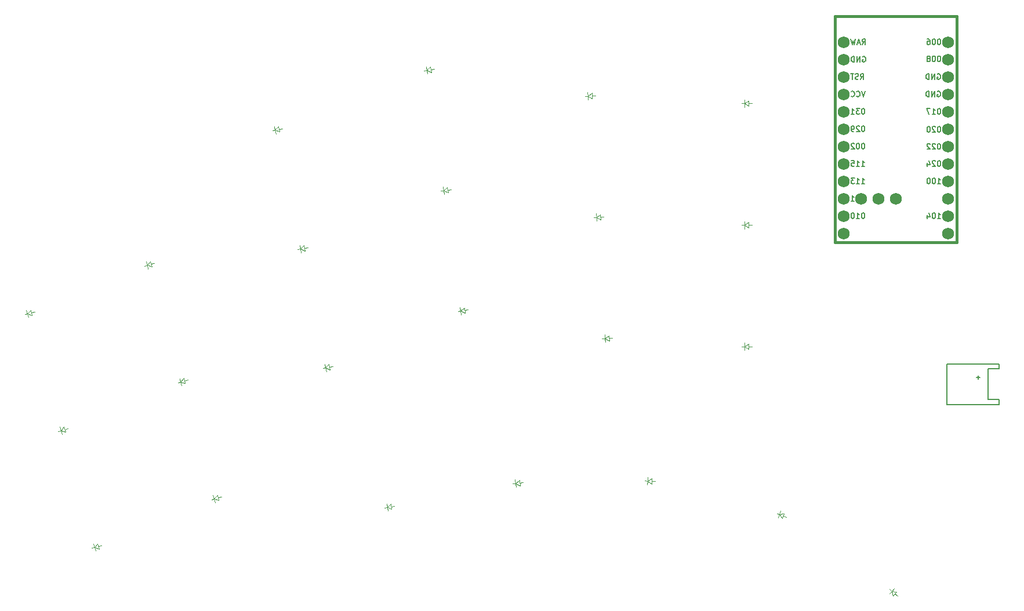
<source format=gbr>
%TF.GenerationSoftware,KiCad,Pcbnew,8.0.4*%
%TF.CreationDate,2024-08-02T12:22:31+01:00*%
%TF.ProjectId,left,6c656674-2e6b-4696-9361-645f70636258,v1.0.0*%
%TF.SameCoordinates,Original*%
%TF.FileFunction,Legend,Bot*%
%TF.FilePolarity,Positive*%
%FSLAX46Y46*%
G04 Gerber Fmt 4.6, Leading zero omitted, Abs format (unit mm)*
G04 Created by KiCad (PCBNEW 8.0.4) date 2024-08-02 12:22:31*
%MOMM*%
%LPD*%
G01*
G04 APERTURE LIST*
%ADD10C,0.150000*%
%ADD11C,0.100000*%
%ADD12C,0.381000*%
%ADD13C,1.752600*%
G04 APERTURE END LIST*
D10*
X244402322Y-96694432D02*
X244668989Y-96313479D01*
X244859465Y-96694432D02*
X244859465Y-95894432D01*
X244859465Y-95894432D02*
X244554703Y-95894432D01*
X244554703Y-95894432D02*
X244478513Y-95932527D01*
X244478513Y-95932527D02*
X244440418Y-95970622D01*
X244440418Y-95970622D02*
X244402322Y-96046813D01*
X244402322Y-96046813D02*
X244402322Y-96161098D01*
X244402322Y-96161098D02*
X244440418Y-96237289D01*
X244440418Y-96237289D02*
X244478513Y-96275384D01*
X244478513Y-96275384D02*
X244554703Y-96313479D01*
X244554703Y-96313479D02*
X244859465Y-96313479D01*
X244097561Y-96465860D02*
X243716608Y-96465860D01*
X244173751Y-96694432D02*
X243907084Y-95894432D01*
X243907084Y-95894432D02*
X243640418Y-96694432D01*
X243449942Y-95894432D02*
X243259466Y-96694432D01*
X243259466Y-96694432D02*
X243107085Y-96123003D01*
X243107085Y-96123003D02*
X242954704Y-96694432D01*
X242954704Y-96694432D02*
X242764228Y-95894432D01*
X244478513Y-98472523D02*
X244554703Y-98434428D01*
X244554703Y-98434428D02*
X244668989Y-98434428D01*
X244668989Y-98434428D02*
X244783275Y-98472523D01*
X244783275Y-98472523D02*
X244859465Y-98548713D01*
X244859465Y-98548713D02*
X244897560Y-98624904D01*
X244897560Y-98624904D02*
X244935656Y-98777285D01*
X244935656Y-98777285D02*
X244935656Y-98891571D01*
X244935656Y-98891571D02*
X244897560Y-99043952D01*
X244897560Y-99043952D02*
X244859465Y-99120142D01*
X244859465Y-99120142D02*
X244783275Y-99196333D01*
X244783275Y-99196333D02*
X244668989Y-99234428D01*
X244668989Y-99234428D02*
X244592798Y-99234428D01*
X244592798Y-99234428D02*
X244478513Y-99196333D01*
X244478513Y-99196333D02*
X244440417Y-99158237D01*
X244440417Y-99158237D02*
X244440417Y-98891571D01*
X244440417Y-98891571D02*
X244592798Y-98891571D01*
X244097560Y-99234428D02*
X244097560Y-98434428D01*
X244097560Y-98434428D02*
X243640417Y-99234428D01*
X243640417Y-99234428D02*
X243640417Y-98434428D01*
X243259465Y-99234428D02*
X243259465Y-98434428D01*
X243259465Y-98434428D02*
X243068989Y-98434428D01*
X243068989Y-98434428D02*
X242954703Y-98472523D01*
X242954703Y-98472523D02*
X242878513Y-98548713D01*
X242878513Y-98548713D02*
X242840418Y-98624904D01*
X242840418Y-98624904D02*
X242802322Y-98777285D01*
X242802322Y-98777285D02*
X242802322Y-98891571D01*
X242802322Y-98891571D02*
X242840418Y-99043952D01*
X242840418Y-99043952D02*
X242878513Y-99120142D01*
X242878513Y-99120142D02*
X242954703Y-99196333D01*
X242954703Y-99196333D02*
X243068989Y-99234428D01*
X243068989Y-99234428D02*
X243259465Y-99234428D01*
X244173748Y-101774429D02*
X244440415Y-101393476D01*
X244630891Y-101774429D02*
X244630891Y-100974429D01*
X244630891Y-100974429D02*
X244326129Y-100974429D01*
X244326129Y-100974429D02*
X244249939Y-101012524D01*
X244249939Y-101012524D02*
X244211844Y-101050619D01*
X244211844Y-101050619D02*
X244173748Y-101126810D01*
X244173748Y-101126810D02*
X244173748Y-101241095D01*
X244173748Y-101241095D02*
X244211844Y-101317286D01*
X244211844Y-101317286D02*
X244249939Y-101355381D01*
X244249939Y-101355381D02*
X244326129Y-101393476D01*
X244326129Y-101393476D02*
X244630891Y-101393476D01*
X243868987Y-101736334D02*
X243754701Y-101774429D01*
X243754701Y-101774429D02*
X243564225Y-101774429D01*
X243564225Y-101774429D02*
X243488034Y-101736334D01*
X243488034Y-101736334D02*
X243449939Y-101698238D01*
X243449939Y-101698238D02*
X243411844Y-101622048D01*
X243411844Y-101622048D02*
X243411844Y-101545857D01*
X243411844Y-101545857D02*
X243449939Y-101469667D01*
X243449939Y-101469667D02*
X243488034Y-101431572D01*
X243488034Y-101431572D02*
X243564225Y-101393476D01*
X243564225Y-101393476D02*
X243716606Y-101355381D01*
X243716606Y-101355381D02*
X243792796Y-101317286D01*
X243792796Y-101317286D02*
X243830891Y-101279191D01*
X243830891Y-101279191D02*
X243868987Y-101203000D01*
X243868987Y-101203000D02*
X243868987Y-101126810D01*
X243868987Y-101126810D02*
X243830891Y-101050619D01*
X243830891Y-101050619D02*
X243792796Y-101012524D01*
X243792796Y-101012524D02*
X243716606Y-100974429D01*
X243716606Y-100974429D02*
X243526129Y-100974429D01*
X243526129Y-100974429D02*
X243411844Y-101012524D01*
X243183272Y-100974429D02*
X242726129Y-100974429D01*
X242954701Y-101774429D02*
X242954701Y-100974429D01*
X244853130Y-103514429D02*
X244586463Y-104314429D01*
X244586463Y-104314429D02*
X244319797Y-103514429D01*
X243595987Y-104238238D02*
X243634083Y-104276334D01*
X243634083Y-104276334D02*
X243748368Y-104314429D01*
X243748368Y-104314429D02*
X243824559Y-104314429D01*
X243824559Y-104314429D02*
X243938845Y-104276334D01*
X243938845Y-104276334D02*
X244015035Y-104200143D01*
X244015035Y-104200143D02*
X244053130Y-104123953D01*
X244053130Y-104123953D02*
X244091226Y-103971572D01*
X244091226Y-103971572D02*
X244091226Y-103857286D01*
X244091226Y-103857286D02*
X244053130Y-103704905D01*
X244053130Y-103704905D02*
X244015035Y-103628714D01*
X244015035Y-103628714D02*
X243938845Y-103552524D01*
X243938845Y-103552524D02*
X243824559Y-103514429D01*
X243824559Y-103514429D02*
X243748368Y-103514429D01*
X243748368Y-103514429D02*
X243634083Y-103552524D01*
X243634083Y-103552524D02*
X243595987Y-103590619D01*
X242795987Y-104238238D02*
X242834083Y-104276334D01*
X242834083Y-104276334D02*
X242948368Y-104314429D01*
X242948368Y-104314429D02*
X243024559Y-104314429D01*
X243024559Y-104314429D02*
X243138845Y-104276334D01*
X243138845Y-104276334D02*
X243215035Y-104200143D01*
X243215035Y-104200143D02*
X243253130Y-104123953D01*
X243253130Y-104123953D02*
X243291226Y-103971572D01*
X243291226Y-103971572D02*
X243291226Y-103857286D01*
X243291226Y-103857286D02*
X243253130Y-103704905D01*
X243253130Y-103704905D02*
X243215035Y-103628714D01*
X243215035Y-103628714D02*
X243138845Y-103552524D01*
X243138845Y-103552524D02*
X243024559Y-103514429D01*
X243024559Y-103514429D02*
X242948368Y-103514429D01*
X242948368Y-103514429D02*
X242834083Y-103552524D01*
X242834083Y-103552524D02*
X242795987Y-103590619D01*
X244586465Y-106054427D02*
X244510275Y-106054427D01*
X244510275Y-106054427D02*
X244434084Y-106092522D01*
X244434084Y-106092522D02*
X244395989Y-106130617D01*
X244395989Y-106130617D02*
X244357894Y-106206808D01*
X244357894Y-106206808D02*
X244319799Y-106359189D01*
X244319799Y-106359189D02*
X244319799Y-106549665D01*
X244319799Y-106549665D02*
X244357894Y-106702046D01*
X244357894Y-106702046D02*
X244395989Y-106778236D01*
X244395989Y-106778236D02*
X244434084Y-106816332D01*
X244434084Y-106816332D02*
X244510275Y-106854427D01*
X244510275Y-106854427D02*
X244586465Y-106854427D01*
X244586465Y-106854427D02*
X244662656Y-106816332D01*
X244662656Y-106816332D02*
X244700751Y-106778236D01*
X244700751Y-106778236D02*
X244738846Y-106702046D01*
X244738846Y-106702046D02*
X244776942Y-106549665D01*
X244776942Y-106549665D02*
X244776942Y-106359189D01*
X244776942Y-106359189D02*
X244738846Y-106206808D01*
X244738846Y-106206808D02*
X244700751Y-106130617D01*
X244700751Y-106130617D02*
X244662656Y-106092522D01*
X244662656Y-106092522D02*
X244586465Y-106054427D01*
X244053132Y-106054427D02*
X243557894Y-106054427D01*
X243557894Y-106054427D02*
X243824560Y-106359189D01*
X243824560Y-106359189D02*
X243710275Y-106359189D01*
X243710275Y-106359189D02*
X243634084Y-106397284D01*
X243634084Y-106397284D02*
X243595989Y-106435379D01*
X243595989Y-106435379D02*
X243557894Y-106511570D01*
X243557894Y-106511570D02*
X243557894Y-106702046D01*
X243557894Y-106702046D02*
X243595989Y-106778236D01*
X243595989Y-106778236D02*
X243634084Y-106816332D01*
X243634084Y-106816332D02*
X243710275Y-106854427D01*
X243710275Y-106854427D02*
X243938846Y-106854427D01*
X243938846Y-106854427D02*
X244015037Y-106816332D01*
X244015037Y-106816332D02*
X244053132Y-106778236D01*
X242795989Y-106854427D02*
X243253132Y-106854427D01*
X243024560Y-106854427D02*
X243024560Y-106054427D01*
X243024560Y-106054427D02*
X243100751Y-106168712D01*
X243100751Y-106168712D02*
X243176941Y-106244903D01*
X243176941Y-106244903D02*
X243253132Y-106282998D01*
X244586465Y-108594434D02*
X244510275Y-108594434D01*
X244510275Y-108594434D02*
X244434084Y-108632529D01*
X244434084Y-108632529D02*
X244395989Y-108670624D01*
X244395989Y-108670624D02*
X244357894Y-108746815D01*
X244357894Y-108746815D02*
X244319799Y-108899196D01*
X244319799Y-108899196D02*
X244319799Y-109089672D01*
X244319799Y-109089672D02*
X244357894Y-109242053D01*
X244357894Y-109242053D02*
X244395989Y-109318243D01*
X244395989Y-109318243D02*
X244434084Y-109356339D01*
X244434084Y-109356339D02*
X244510275Y-109394434D01*
X244510275Y-109394434D02*
X244586465Y-109394434D01*
X244586465Y-109394434D02*
X244662656Y-109356339D01*
X244662656Y-109356339D02*
X244700751Y-109318243D01*
X244700751Y-109318243D02*
X244738846Y-109242053D01*
X244738846Y-109242053D02*
X244776942Y-109089672D01*
X244776942Y-109089672D02*
X244776942Y-108899196D01*
X244776942Y-108899196D02*
X244738846Y-108746815D01*
X244738846Y-108746815D02*
X244700751Y-108670624D01*
X244700751Y-108670624D02*
X244662656Y-108632529D01*
X244662656Y-108632529D02*
X244586465Y-108594434D01*
X244015037Y-108670624D02*
X243976941Y-108632529D01*
X243976941Y-108632529D02*
X243900751Y-108594434D01*
X243900751Y-108594434D02*
X243710275Y-108594434D01*
X243710275Y-108594434D02*
X243634084Y-108632529D01*
X243634084Y-108632529D02*
X243595989Y-108670624D01*
X243595989Y-108670624D02*
X243557894Y-108746815D01*
X243557894Y-108746815D02*
X243557894Y-108823005D01*
X243557894Y-108823005D02*
X243595989Y-108937291D01*
X243595989Y-108937291D02*
X244053132Y-109394434D01*
X244053132Y-109394434D02*
X243557894Y-109394434D01*
X243176941Y-109394434D02*
X243024560Y-109394434D01*
X243024560Y-109394434D02*
X242948370Y-109356339D01*
X242948370Y-109356339D02*
X242910274Y-109318243D01*
X242910274Y-109318243D02*
X242834084Y-109203958D01*
X242834084Y-109203958D02*
X242795989Y-109051577D01*
X242795989Y-109051577D02*
X242795989Y-108746815D01*
X242795989Y-108746815D02*
X242834084Y-108670624D01*
X242834084Y-108670624D02*
X242872179Y-108632529D01*
X242872179Y-108632529D02*
X242948370Y-108594434D01*
X242948370Y-108594434D02*
X243100751Y-108594434D01*
X243100751Y-108594434D02*
X243176941Y-108632529D01*
X243176941Y-108632529D02*
X243215036Y-108670624D01*
X243215036Y-108670624D02*
X243253132Y-108746815D01*
X243253132Y-108746815D02*
X243253132Y-108937291D01*
X243253132Y-108937291D02*
X243215036Y-109013481D01*
X243215036Y-109013481D02*
X243176941Y-109051577D01*
X243176941Y-109051577D02*
X243100751Y-109089672D01*
X243100751Y-109089672D02*
X242948370Y-109089672D01*
X242948370Y-109089672D02*
X242872179Y-109051577D01*
X242872179Y-109051577D02*
X242834084Y-109013481D01*
X242834084Y-109013481D02*
X242795989Y-108937291D01*
X244586462Y-111134430D02*
X244510272Y-111134430D01*
X244510272Y-111134430D02*
X244434081Y-111172525D01*
X244434081Y-111172525D02*
X244395986Y-111210620D01*
X244395986Y-111210620D02*
X244357891Y-111286811D01*
X244357891Y-111286811D02*
X244319796Y-111439192D01*
X244319796Y-111439192D02*
X244319796Y-111629668D01*
X244319796Y-111629668D02*
X244357891Y-111782049D01*
X244357891Y-111782049D02*
X244395986Y-111858239D01*
X244395986Y-111858239D02*
X244434081Y-111896335D01*
X244434081Y-111896335D02*
X244510272Y-111934430D01*
X244510272Y-111934430D02*
X244586462Y-111934430D01*
X244586462Y-111934430D02*
X244662653Y-111896335D01*
X244662653Y-111896335D02*
X244700748Y-111858239D01*
X244700748Y-111858239D02*
X244738843Y-111782049D01*
X244738843Y-111782049D02*
X244776939Y-111629668D01*
X244776939Y-111629668D02*
X244776939Y-111439192D01*
X244776939Y-111439192D02*
X244738843Y-111286811D01*
X244738843Y-111286811D02*
X244700748Y-111210620D01*
X244700748Y-111210620D02*
X244662653Y-111172525D01*
X244662653Y-111172525D02*
X244586462Y-111134430D01*
X243824557Y-111134430D02*
X243748367Y-111134430D01*
X243748367Y-111134430D02*
X243672176Y-111172525D01*
X243672176Y-111172525D02*
X243634081Y-111210620D01*
X243634081Y-111210620D02*
X243595986Y-111286811D01*
X243595986Y-111286811D02*
X243557891Y-111439192D01*
X243557891Y-111439192D02*
X243557891Y-111629668D01*
X243557891Y-111629668D02*
X243595986Y-111782049D01*
X243595986Y-111782049D02*
X243634081Y-111858239D01*
X243634081Y-111858239D02*
X243672176Y-111896335D01*
X243672176Y-111896335D02*
X243748367Y-111934430D01*
X243748367Y-111934430D02*
X243824557Y-111934430D01*
X243824557Y-111934430D02*
X243900748Y-111896335D01*
X243900748Y-111896335D02*
X243938843Y-111858239D01*
X243938843Y-111858239D02*
X243976938Y-111782049D01*
X243976938Y-111782049D02*
X244015034Y-111629668D01*
X244015034Y-111629668D02*
X244015034Y-111439192D01*
X244015034Y-111439192D02*
X243976938Y-111286811D01*
X243976938Y-111286811D02*
X243938843Y-111210620D01*
X243938843Y-111210620D02*
X243900748Y-111172525D01*
X243900748Y-111172525D02*
X243824557Y-111134430D01*
X243253129Y-111210620D02*
X243215033Y-111172525D01*
X243215033Y-111172525D02*
X243138843Y-111134430D01*
X243138843Y-111134430D02*
X242948367Y-111134430D01*
X242948367Y-111134430D02*
X242872176Y-111172525D01*
X242872176Y-111172525D02*
X242834081Y-111210620D01*
X242834081Y-111210620D02*
X242795986Y-111286811D01*
X242795986Y-111286811D02*
X242795986Y-111363001D01*
X242795986Y-111363001D02*
X242834081Y-111477287D01*
X242834081Y-111477287D02*
X243291224Y-111934430D01*
X243291224Y-111934430D02*
X242795986Y-111934430D01*
X244319798Y-114474429D02*
X244776941Y-114474429D01*
X244548369Y-114474429D02*
X244548369Y-113674429D01*
X244548369Y-113674429D02*
X244624560Y-113788714D01*
X244624560Y-113788714D02*
X244700750Y-113864905D01*
X244700750Y-113864905D02*
X244776941Y-113903000D01*
X243557893Y-114474429D02*
X244015036Y-114474429D01*
X243786464Y-114474429D02*
X243786464Y-113674429D01*
X243786464Y-113674429D02*
X243862655Y-113788714D01*
X243862655Y-113788714D02*
X243938845Y-113864905D01*
X243938845Y-113864905D02*
X244015036Y-113903000D01*
X242834083Y-113674429D02*
X243215035Y-113674429D01*
X243215035Y-113674429D02*
X243253131Y-114055381D01*
X243253131Y-114055381D02*
X243215035Y-114017286D01*
X243215035Y-114017286D02*
X243138845Y-113979191D01*
X243138845Y-113979191D02*
X242948369Y-113979191D01*
X242948369Y-113979191D02*
X242872178Y-114017286D01*
X242872178Y-114017286D02*
X242834083Y-114055381D01*
X242834083Y-114055381D02*
X242795988Y-114131572D01*
X242795988Y-114131572D02*
X242795988Y-114322048D01*
X242795988Y-114322048D02*
X242834083Y-114398238D01*
X242834083Y-114398238D02*
X242872178Y-114436334D01*
X242872178Y-114436334D02*
X242948369Y-114474429D01*
X242948369Y-114474429D02*
X243138845Y-114474429D01*
X243138845Y-114474429D02*
X243215035Y-114436334D01*
X243215035Y-114436334D02*
X243253131Y-114398238D01*
X244319798Y-117014428D02*
X244776941Y-117014428D01*
X244548369Y-117014428D02*
X244548369Y-116214428D01*
X244548369Y-116214428D02*
X244624560Y-116328713D01*
X244624560Y-116328713D02*
X244700750Y-116404904D01*
X244700750Y-116404904D02*
X244776941Y-116442999D01*
X243557893Y-117014428D02*
X244015036Y-117014428D01*
X243786464Y-117014428D02*
X243786464Y-116214428D01*
X243786464Y-116214428D02*
X243862655Y-116328713D01*
X243862655Y-116328713D02*
X243938845Y-116404904D01*
X243938845Y-116404904D02*
X244015036Y-116442999D01*
X243291226Y-116214428D02*
X242795988Y-116214428D01*
X242795988Y-116214428D02*
X243062654Y-116519190D01*
X243062654Y-116519190D02*
X242948369Y-116519190D01*
X242948369Y-116519190D02*
X242872178Y-116557285D01*
X242872178Y-116557285D02*
X242834083Y-116595380D01*
X242834083Y-116595380D02*
X242795988Y-116671571D01*
X242795988Y-116671571D02*
X242795988Y-116862047D01*
X242795988Y-116862047D02*
X242834083Y-116938237D01*
X242834083Y-116938237D02*
X242872178Y-116976333D01*
X242872178Y-116976333D02*
X242948369Y-117014428D01*
X242948369Y-117014428D02*
X243176940Y-117014428D01*
X243176940Y-117014428D02*
X243253131Y-116976333D01*
X243253131Y-116976333D02*
X243291226Y-116938237D01*
X244319797Y-119554428D02*
X244776940Y-119554428D01*
X244548368Y-119554428D02*
X244548368Y-118754428D01*
X244548368Y-118754428D02*
X244624559Y-118868713D01*
X244624559Y-118868713D02*
X244700749Y-118944904D01*
X244700749Y-118944904D02*
X244776940Y-118982999D01*
X243557892Y-119554428D02*
X244015035Y-119554428D01*
X243786463Y-119554428D02*
X243786463Y-118754428D01*
X243786463Y-118754428D02*
X243862654Y-118868713D01*
X243862654Y-118868713D02*
X243938844Y-118944904D01*
X243938844Y-118944904D02*
X244015035Y-118982999D01*
X242795987Y-119554428D02*
X243253130Y-119554428D01*
X243024558Y-119554428D02*
X243024558Y-118754428D01*
X243024558Y-118754428D02*
X243100749Y-118868713D01*
X243100749Y-118868713D02*
X243176939Y-118944904D01*
X243176939Y-118944904D02*
X243253130Y-118982999D01*
X244586465Y-121294428D02*
X244510275Y-121294428D01*
X244510275Y-121294428D02*
X244434084Y-121332523D01*
X244434084Y-121332523D02*
X244395989Y-121370618D01*
X244395989Y-121370618D02*
X244357894Y-121446809D01*
X244357894Y-121446809D02*
X244319799Y-121599190D01*
X244319799Y-121599190D02*
X244319799Y-121789666D01*
X244319799Y-121789666D02*
X244357894Y-121942047D01*
X244357894Y-121942047D02*
X244395989Y-122018237D01*
X244395989Y-122018237D02*
X244434084Y-122056333D01*
X244434084Y-122056333D02*
X244510275Y-122094428D01*
X244510275Y-122094428D02*
X244586465Y-122094428D01*
X244586465Y-122094428D02*
X244662656Y-122056333D01*
X244662656Y-122056333D02*
X244700751Y-122018237D01*
X244700751Y-122018237D02*
X244738846Y-121942047D01*
X244738846Y-121942047D02*
X244776942Y-121789666D01*
X244776942Y-121789666D02*
X244776942Y-121599190D01*
X244776942Y-121599190D02*
X244738846Y-121446809D01*
X244738846Y-121446809D02*
X244700751Y-121370618D01*
X244700751Y-121370618D02*
X244662656Y-121332523D01*
X244662656Y-121332523D02*
X244586465Y-121294428D01*
X243557894Y-122094428D02*
X244015037Y-122094428D01*
X243786465Y-122094428D02*
X243786465Y-121294428D01*
X243786465Y-121294428D02*
X243862656Y-121408713D01*
X243862656Y-121408713D02*
X243938846Y-121484904D01*
X243938846Y-121484904D02*
X244015037Y-121522999D01*
X243062655Y-121294428D02*
X242986465Y-121294428D01*
X242986465Y-121294428D02*
X242910274Y-121332523D01*
X242910274Y-121332523D02*
X242872179Y-121370618D01*
X242872179Y-121370618D02*
X242834084Y-121446809D01*
X242834084Y-121446809D02*
X242795989Y-121599190D01*
X242795989Y-121599190D02*
X242795989Y-121789666D01*
X242795989Y-121789666D02*
X242834084Y-121942047D01*
X242834084Y-121942047D02*
X242872179Y-122018237D01*
X242872179Y-122018237D02*
X242910274Y-122056333D01*
X242910274Y-122056333D02*
X242986465Y-122094428D01*
X242986465Y-122094428D02*
X243062655Y-122094428D01*
X243062655Y-122094428D02*
X243138846Y-122056333D01*
X243138846Y-122056333D02*
X243176941Y-122018237D01*
X243176941Y-122018237D02*
X243215036Y-121942047D01*
X243215036Y-121942047D02*
X243253132Y-121789666D01*
X243253132Y-121789666D02*
X243253132Y-121599190D01*
X243253132Y-121599190D02*
X243215036Y-121446809D01*
X243215036Y-121446809D02*
X243176941Y-121370618D01*
X243176941Y-121370618D02*
X243138846Y-121332523D01*
X243138846Y-121332523D02*
X243062655Y-121294428D01*
X255660845Y-95894428D02*
X255584655Y-95894428D01*
X255584655Y-95894428D02*
X255508464Y-95932523D01*
X255508464Y-95932523D02*
X255470369Y-95970618D01*
X255470369Y-95970618D02*
X255432274Y-96046809D01*
X255432274Y-96046809D02*
X255394179Y-96199190D01*
X255394179Y-96199190D02*
X255394179Y-96389666D01*
X255394179Y-96389666D02*
X255432274Y-96542047D01*
X255432274Y-96542047D02*
X255470369Y-96618237D01*
X255470369Y-96618237D02*
X255508464Y-96656333D01*
X255508464Y-96656333D02*
X255584655Y-96694428D01*
X255584655Y-96694428D02*
X255660845Y-96694428D01*
X255660845Y-96694428D02*
X255737036Y-96656333D01*
X255737036Y-96656333D02*
X255775131Y-96618237D01*
X255775131Y-96618237D02*
X255813226Y-96542047D01*
X255813226Y-96542047D02*
X255851322Y-96389666D01*
X255851322Y-96389666D02*
X255851322Y-96199190D01*
X255851322Y-96199190D02*
X255813226Y-96046809D01*
X255813226Y-96046809D02*
X255775131Y-95970618D01*
X255775131Y-95970618D02*
X255737036Y-95932523D01*
X255737036Y-95932523D02*
X255660845Y-95894428D01*
X254898940Y-95894428D02*
X254822750Y-95894428D01*
X254822750Y-95894428D02*
X254746559Y-95932523D01*
X254746559Y-95932523D02*
X254708464Y-95970618D01*
X254708464Y-95970618D02*
X254670369Y-96046809D01*
X254670369Y-96046809D02*
X254632274Y-96199190D01*
X254632274Y-96199190D02*
X254632274Y-96389666D01*
X254632274Y-96389666D02*
X254670369Y-96542047D01*
X254670369Y-96542047D02*
X254708464Y-96618237D01*
X254708464Y-96618237D02*
X254746559Y-96656333D01*
X254746559Y-96656333D02*
X254822750Y-96694428D01*
X254822750Y-96694428D02*
X254898940Y-96694428D01*
X254898940Y-96694428D02*
X254975131Y-96656333D01*
X254975131Y-96656333D02*
X255013226Y-96618237D01*
X255013226Y-96618237D02*
X255051321Y-96542047D01*
X255051321Y-96542047D02*
X255089417Y-96389666D01*
X255089417Y-96389666D02*
X255089417Y-96199190D01*
X255089417Y-96199190D02*
X255051321Y-96046809D01*
X255051321Y-96046809D02*
X255013226Y-95970618D01*
X255013226Y-95970618D02*
X254975131Y-95932523D01*
X254975131Y-95932523D02*
X254898940Y-95894428D01*
X253946559Y-95894428D02*
X254098940Y-95894428D01*
X254098940Y-95894428D02*
X254175131Y-95932523D01*
X254175131Y-95932523D02*
X254213226Y-95970618D01*
X254213226Y-95970618D02*
X254289416Y-96084904D01*
X254289416Y-96084904D02*
X254327512Y-96237285D01*
X254327512Y-96237285D02*
X254327512Y-96542047D01*
X254327512Y-96542047D02*
X254289416Y-96618237D01*
X254289416Y-96618237D02*
X254251321Y-96656333D01*
X254251321Y-96656333D02*
X254175131Y-96694428D01*
X254175131Y-96694428D02*
X254022750Y-96694428D01*
X254022750Y-96694428D02*
X253946559Y-96656333D01*
X253946559Y-96656333D02*
X253908464Y-96618237D01*
X253908464Y-96618237D02*
X253870369Y-96542047D01*
X253870369Y-96542047D02*
X253870369Y-96351571D01*
X253870369Y-96351571D02*
X253908464Y-96275380D01*
X253908464Y-96275380D02*
X253946559Y-96237285D01*
X253946559Y-96237285D02*
X254022750Y-96199190D01*
X254022750Y-96199190D02*
X254175131Y-96199190D01*
X254175131Y-96199190D02*
X254251321Y-96237285D01*
X254251321Y-96237285D02*
X254289416Y-96275380D01*
X254289416Y-96275380D02*
X254327512Y-96351571D01*
X255660847Y-98364429D02*
X255584657Y-98364429D01*
X255584657Y-98364429D02*
X255508466Y-98402524D01*
X255508466Y-98402524D02*
X255470371Y-98440619D01*
X255470371Y-98440619D02*
X255432276Y-98516810D01*
X255432276Y-98516810D02*
X255394181Y-98669191D01*
X255394181Y-98669191D02*
X255394181Y-98859667D01*
X255394181Y-98859667D02*
X255432276Y-99012048D01*
X255432276Y-99012048D02*
X255470371Y-99088238D01*
X255470371Y-99088238D02*
X255508466Y-99126334D01*
X255508466Y-99126334D02*
X255584657Y-99164429D01*
X255584657Y-99164429D02*
X255660847Y-99164429D01*
X255660847Y-99164429D02*
X255737038Y-99126334D01*
X255737038Y-99126334D02*
X255775133Y-99088238D01*
X255775133Y-99088238D02*
X255813228Y-99012048D01*
X255813228Y-99012048D02*
X255851324Y-98859667D01*
X255851324Y-98859667D02*
X255851324Y-98669191D01*
X255851324Y-98669191D02*
X255813228Y-98516810D01*
X255813228Y-98516810D02*
X255775133Y-98440619D01*
X255775133Y-98440619D02*
X255737038Y-98402524D01*
X255737038Y-98402524D02*
X255660847Y-98364429D01*
X254898942Y-98364429D02*
X254822752Y-98364429D01*
X254822752Y-98364429D02*
X254746561Y-98402524D01*
X254746561Y-98402524D02*
X254708466Y-98440619D01*
X254708466Y-98440619D02*
X254670371Y-98516810D01*
X254670371Y-98516810D02*
X254632276Y-98669191D01*
X254632276Y-98669191D02*
X254632276Y-98859667D01*
X254632276Y-98859667D02*
X254670371Y-99012048D01*
X254670371Y-99012048D02*
X254708466Y-99088238D01*
X254708466Y-99088238D02*
X254746561Y-99126334D01*
X254746561Y-99126334D02*
X254822752Y-99164429D01*
X254822752Y-99164429D02*
X254898942Y-99164429D01*
X254898942Y-99164429D02*
X254975133Y-99126334D01*
X254975133Y-99126334D02*
X255013228Y-99088238D01*
X255013228Y-99088238D02*
X255051323Y-99012048D01*
X255051323Y-99012048D02*
X255089419Y-98859667D01*
X255089419Y-98859667D02*
X255089419Y-98669191D01*
X255089419Y-98669191D02*
X255051323Y-98516810D01*
X255051323Y-98516810D02*
X255013228Y-98440619D01*
X255013228Y-98440619D02*
X254975133Y-98402524D01*
X254975133Y-98402524D02*
X254898942Y-98364429D01*
X254175133Y-98707286D02*
X254251323Y-98669191D01*
X254251323Y-98669191D02*
X254289418Y-98631095D01*
X254289418Y-98631095D02*
X254327514Y-98554905D01*
X254327514Y-98554905D02*
X254327514Y-98516810D01*
X254327514Y-98516810D02*
X254289418Y-98440619D01*
X254289418Y-98440619D02*
X254251323Y-98402524D01*
X254251323Y-98402524D02*
X254175133Y-98364429D01*
X254175133Y-98364429D02*
X254022752Y-98364429D01*
X254022752Y-98364429D02*
X253946561Y-98402524D01*
X253946561Y-98402524D02*
X253908466Y-98440619D01*
X253908466Y-98440619D02*
X253870371Y-98516810D01*
X253870371Y-98516810D02*
X253870371Y-98554905D01*
X253870371Y-98554905D02*
X253908466Y-98631095D01*
X253908466Y-98631095D02*
X253946561Y-98669191D01*
X253946561Y-98669191D02*
X254022752Y-98707286D01*
X254022752Y-98707286D02*
X254175133Y-98707286D01*
X254175133Y-98707286D02*
X254251323Y-98745381D01*
X254251323Y-98745381D02*
X254289418Y-98783476D01*
X254289418Y-98783476D02*
X254327514Y-98859667D01*
X254327514Y-98859667D02*
X254327514Y-99012048D01*
X254327514Y-99012048D02*
X254289418Y-99088238D01*
X254289418Y-99088238D02*
X254251323Y-99126334D01*
X254251323Y-99126334D02*
X254175133Y-99164429D01*
X254175133Y-99164429D02*
X254022752Y-99164429D01*
X254022752Y-99164429D02*
X253946561Y-99126334D01*
X253946561Y-99126334D02*
X253908466Y-99088238D01*
X253908466Y-99088238D02*
X253870371Y-99012048D01*
X253870371Y-99012048D02*
X253870371Y-98859667D01*
X253870371Y-98859667D02*
X253908466Y-98783476D01*
X253908466Y-98783476D02*
X253946561Y-98745381D01*
X253946561Y-98745381D02*
X254022752Y-98707286D01*
X255394178Y-101012525D02*
X255470368Y-100974430D01*
X255470368Y-100974430D02*
X255584654Y-100974430D01*
X255584654Y-100974430D02*
X255698940Y-101012525D01*
X255698940Y-101012525D02*
X255775130Y-101088715D01*
X255775130Y-101088715D02*
X255813225Y-101164906D01*
X255813225Y-101164906D02*
X255851321Y-101317287D01*
X255851321Y-101317287D02*
X255851321Y-101431573D01*
X255851321Y-101431573D02*
X255813225Y-101583954D01*
X255813225Y-101583954D02*
X255775130Y-101660144D01*
X255775130Y-101660144D02*
X255698940Y-101736335D01*
X255698940Y-101736335D02*
X255584654Y-101774430D01*
X255584654Y-101774430D02*
X255508463Y-101774430D01*
X255508463Y-101774430D02*
X255394178Y-101736335D01*
X255394178Y-101736335D02*
X255356082Y-101698239D01*
X255356082Y-101698239D02*
X255356082Y-101431573D01*
X255356082Y-101431573D02*
X255508463Y-101431573D01*
X255013225Y-101774430D02*
X255013225Y-100974430D01*
X255013225Y-100974430D02*
X254556082Y-101774430D01*
X254556082Y-101774430D02*
X254556082Y-100974430D01*
X254175130Y-101774430D02*
X254175130Y-100974430D01*
X254175130Y-100974430D02*
X253984654Y-100974430D01*
X253984654Y-100974430D02*
X253870368Y-101012525D01*
X253870368Y-101012525D02*
X253794178Y-101088715D01*
X253794178Y-101088715D02*
X253756083Y-101164906D01*
X253756083Y-101164906D02*
X253717987Y-101317287D01*
X253717987Y-101317287D02*
X253717987Y-101431573D01*
X253717987Y-101431573D02*
X253756083Y-101583954D01*
X253756083Y-101583954D02*
X253794178Y-101660144D01*
X253794178Y-101660144D02*
X253870368Y-101736335D01*
X253870368Y-101736335D02*
X253984654Y-101774430D01*
X253984654Y-101774430D02*
X254175130Y-101774430D01*
X255394178Y-103552523D02*
X255470368Y-103514428D01*
X255470368Y-103514428D02*
X255584654Y-103514428D01*
X255584654Y-103514428D02*
X255698940Y-103552523D01*
X255698940Y-103552523D02*
X255775130Y-103628713D01*
X255775130Y-103628713D02*
X255813225Y-103704904D01*
X255813225Y-103704904D02*
X255851321Y-103857285D01*
X255851321Y-103857285D02*
X255851321Y-103971571D01*
X255851321Y-103971571D02*
X255813225Y-104123952D01*
X255813225Y-104123952D02*
X255775130Y-104200142D01*
X255775130Y-104200142D02*
X255698940Y-104276333D01*
X255698940Y-104276333D02*
X255584654Y-104314428D01*
X255584654Y-104314428D02*
X255508463Y-104314428D01*
X255508463Y-104314428D02*
X255394178Y-104276333D01*
X255394178Y-104276333D02*
X255356082Y-104238237D01*
X255356082Y-104238237D02*
X255356082Y-103971571D01*
X255356082Y-103971571D02*
X255508463Y-103971571D01*
X255013225Y-104314428D02*
X255013225Y-103514428D01*
X255013225Y-103514428D02*
X254556082Y-104314428D01*
X254556082Y-104314428D02*
X254556082Y-103514428D01*
X254175130Y-104314428D02*
X254175130Y-103514428D01*
X254175130Y-103514428D02*
X253984654Y-103514428D01*
X253984654Y-103514428D02*
X253870368Y-103552523D01*
X253870368Y-103552523D02*
X253794178Y-103628713D01*
X253794178Y-103628713D02*
X253756083Y-103704904D01*
X253756083Y-103704904D02*
X253717987Y-103857285D01*
X253717987Y-103857285D02*
X253717987Y-103971571D01*
X253717987Y-103971571D02*
X253756083Y-104123952D01*
X253756083Y-104123952D02*
X253794178Y-104200142D01*
X253794178Y-104200142D02*
X253870368Y-104276333D01*
X253870368Y-104276333D02*
X253984654Y-104314428D01*
X253984654Y-104314428D02*
X254175130Y-104314428D01*
X255660846Y-106064429D02*
X255584656Y-106064429D01*
X255584656Y-106064429D02*
X255508465Y-106102524D01*
X255508465Y-106102524D02*
X255470370Y-106140619D01*
X255470370Y-106140619D02*
X255432275Y-106216810D01*
X255432275Y-106216810D02*
X255394180Y-106369191D01*
X255394180Y-106369191D02*
X255394180Y-106559667D01*
X255394180Y-106559667D02*
X255432275Y-106712048D01*
X255432275Y-106712048D02*
X255470370Y-106788238D01*
X255470370Y-106788238D02*
X255508465Y-106826334D01*
X255508465Y-106826334D02*
X255584656Y-106864429D01*
X255584656Y-106864429D02*
X255660846Y-106864429D01*
X255660846Y-106864429D02*
X255737037Y-106826334D01*
X255737037Y-106826334D02*
X255775132Y-106788238D01*
X255775132Y-106788238D02*
X255813227Y-106712048D01*
X255813227Y-106712048D02*
X255851323Y-106559667D01*
X255851323Y-106559667D02*
X255851323Y-106369191D01*
X255851323Y-106369191D02*
X255813227Y-106216810D01*
X255813227Y-106216810D02*
X255775132Y-106140619D01*
X255775132Y-106140619D02*
X255737037Y-106102524D01*
X255737037Y-106102524D02*
X255660846Y-106064429D01*
X254632275Y-106864429D02*
X255089418Y-106864429D01*
X254860846Y-106864429D02*
X254860846Y-106064429D01*
X254860846Y-106064429D02*
X254937037Y-106178714D01*
X254937037Y-106178714D02*
X255013227Y-106254905D01*
X255013227Y-106254905D02*
X255089418Y-106293000D01*
X254365608Y-106064429D02*
X253832274Y-106064429D01*
X253832274Y-106064429D02*
X254175132Y-106864429D01*
X255660848Y-108664424D02*
X255584658Y-108664424D01*
X255584658Y-108664424D02*
X255508467Y-108702519D01*
X255508467Y-108702519D02*
X255470372Y-108740614D01*
X255470372Y-108740614D02*
X255432277Y-108816805D01*
X255432277Y-108816805D02*
X255394182Y-108969186D01*
X255394182Y-108969186D02*
X255394182Y-109159662D01*
X255394182Y-109159662D02*
X255432277Y-109312043D01*
X255432277Y-109312043D02*
X255470372Y-109388233D01*
X255470372Y-109388233D02*
X255508467Y-109426329D01*
X255508467Y-109426329D02*
X255584658Y-109464424D01*
X255584658Y-109464424D02*
X255660848Y-109464424D01*
X255660848Y-109464424D02*
X255737039Y-109426329D01*
X255737039Y-109426329D02*
X255775134Y-109388233D01*
X255775134Y-109388233D02*
X255813229Y-109312043D01*
X255813229Y-109312043D02*
X255851325Y-109159662D01*
X255851325Y-109159662D02*
X255851325Y-108969186D01*
X255851325Y-108969186D02*
X255813229Y-108816805D01*
X255813229Y-108816805D02*
X255775134Y-108740614D01*
X255775134Y-108740614D02*
X255737039Y-108702519D01*
X255737039Y-108702519D02*
X255660848Y-108664424D01*
X255089420Y-108740614D02*
X255051324Y-108702519D01*
X255051324Y-108702519D02*
X254975134Y-108664424D01*
X254975134Y-108664424D02*
X254784658Y-108664424D01*
X254784658Y-108664424D02*
X254708467Y-108702519D01*
X254708467Y-108702519D02*
X254670372Y-108740614D01*
X254670372Y-108740614D02*
X254632277Y-108816805D01*
X254632277Y-108816805D02*
X254632277Y-108892995D01*
X254632277Y-108892995D02*
X254670372Y-109007281D01*
X254670372Y-109007281D02*
X255127515Y-109464424D01*
X255127515Y-109464424D02*
X254632277Y-109464424D01*
X254137038Y-108664424D02*
X254060848Y-108664424D01*
X254060848Y-108664424D02*
X253984657Y-108702519D01*
X253984657Y-108702519D02*
X253946562Y-108740614D01*
X253946562Y-108740614D02*
X253908467Y-108816805D01*
X253908467Y-108816805D02*
X253870372Y-108969186D01*
X253870372Y-108969186D02*
X253870372Y-109159662D01*
X253870372Y-109159662D02*
X253908467Y-109312043D01*
X253908467Y-109312043D02*
X253946562Y-109388233D01*
X253946562Y-109388233D02*
X253984657Y-109426329D01*
X253984657Y-109426329D02*
X254060848Y-109464424D01*
X254060848Y-109464424D02*
X254137038Y-109464424D01*
X254137038Y-109464424D02*
X254213229Y-109426329D01*
X254213229Y-109426329D02*
X254251324Y-109388233D01*
X254251324Y-109388233D02*
X254289419Y-109312043D01*
X254289419Y-109312043D02*
X254327515Y-109159662D01*
X254327515Y-109159662D02*
X254327515Y-108969186D01*
X254327515Y-108969186D02*
X254289419Y-108816805D01*
X254289419Y-108816805D02*
X254251324Y-108740614D01*
X254251324Y-108740614D02*
X254213229Y-108702519D01*
X254213229Y-108702519D02*
X254137038Y-108664424D01*
X255660844Y-111164428D02*
X255584654Y-111164428D01*
X255584654Y-111164428D02*
X255508463Y-111202523D01*
X255508463Y-111202523D02*
X255470368Y-111240618D01*
X255470368Y-111240618D02*
X255432273Y-111316809D01*
X255432273Y-111316809D02*
X255394178Y-111469190D01*
X255394178Y-111469190D02*
X255394178Y-111659666D01*
X255394178Y-111659666D02*
X255432273Y-111812047D01*
X255432273Y-111812047D02*
X255470368Y-111888237D01*
X255470368Y-111888237D02*
X255508463Y-111926333D01*
X255508463Y-111926333D02*
X255584654Y-111964428D01*
X255584654Y-111964428D02*
X255660844Y-111964428D01*
X255660844Y-111964428D02*
X255737035Y-111926333D01*
X255737035Y-111926333D02*
X255775130Y-111888237D01*
X255775130Y-111888237D02*
X255813225Y-111812047D01*
X255813225Y-111812047D02*
X255851321Y-111659666D01*
X255851321Y-111659666D02*
X255851321Y-111469190D01*
X255851321Y-111469190D02*
X255813225Y-111316809D01*
X255813225Y-111316809D02*
X255775130Y-111240618D01*
X255775130Y-111240618D02*
X255737035Y-111202523D01*
X255737035Y-111202523D02*
X255660844Y-111164428D01*
X255089416Y-111240618D02*
X255051320Y-111202523D01*
X255051320Y-111202523D02*
X254975130Y-111164428D01*
X254975130Y-111164428D02*
X254784654Y-111164428D01*
X254784654Y-111164428D02*
X254708463Y-111202523D01*
X254708463Y-111202523D02*
X254670368Y-111240618D01*
X254670368Y-111240618D02*
X254632273Y-111316809D01*
X254632273Y-111316809D02*
X254632273Y-111392999D01*
X254632273Y-111392999D02*
X254670368Y-111507285D01*
X254670368Y-111507285D02*
X255127511Y-111964428D01*
X255127511Y-111964428D02*
X254632273Y-111964428D01*
X254327511Y-111240618D02*
X254289415Y-111202523D01*
X254289415Y-111202523D02*
X254213225Y-111164428D01*
X254213225Y-111164428D02*
X254022749Y-111164428D01*
X254022749Y-111164428D02*
X253946558Y-111202523D01*
X253946558Y-111202523D02*
X253908463Y-111240618D01*
X253908463Y-111240618D02*
X253870368Y-111316809D01*
X253870368Y-111316809D02*
X253870368Y-111392999D01*
X253870368Y-111392999D02*
X253908463Y-111507285D01*
X253908463Y-111507285D02*
X254365606Y-111964428D01*
X254365606Y-111964428D02*
X253870368Y-111964428D01*
X255660844Y-113674429D02*
X255584654Y-113674429D01*
X255584654Y-113674429D02*
X255508463Y-113712524D01*
X255508463Y-113712524D02*
X255470368Y-113750619D01*
X255470368Y-113750619D02*
X255432273Y-113826810D01*
X255432273Y-113826810D02*
X255394178Y-113979191D01*
X255394178Y-113979191D02*
X255394178Y-114169667D01*
X255394178Y-114169667D02*
X255432273Y-114322048D01*
X255432273Y-114322048D02*
X255470368Y-114398238D01*
X255470368Y-114398238D02*
X255508463Y-114436334D01*
X255508463Y-114436334D02*
X255584654Y-114474429D01*
X255584654Y-114474429D02*
X255660844Y-114474429D01*
X255660844Y-114474429D02*
X255737035Y-114436334D01*
X255737035Y-114436334D02*
X255775130Y-114398238D01*
X255775130Y-114398238D02*
X255813225Y-114322048D01*
X255813225Y-114322048D02*
X255851321Y-114169667D01*
X255851321Y-114169667D02*
X255851321Y-113979191D01*
X255851321Y-113979191D02*
X255813225Y-113826810D01*
X255813225Y-113826810D02*
X255775130Y-113750619D01*
X255775130Y-113750619D02*
X255737035Y-113712524D01*
X255737035Y-113712524D02*
X255660844Y-113674429D01*
X255089416Y-113750619D02*
X255051320Y-113712524D01*
X255051320Y-113712524D02*
X254975130Y-113674429D01*
X254975130Y-113674429D02*
X254784654Y-113674429D01*
X254784654Y-113674429D02*
X254708463Y-113712524D01*
X254708463Y-113712524D02*
X254670368Y-113750619D01*
X254670368Y-113750619D02*
X254632273Y-113826810D01*
X254632273Y-113826810D02*
X254632273Y-113903000D01*
X254632273Y-113903000D02*
X254670368Y-114017286D01*
X254670368Y-114017286D02*
X255127511Y-114474429D01*
X255127511Y-114474429D02*
X254632273Y-114474429D01*
X253946558Y-113941095D02*
X253946558Y-114474429D01*
X254137034Y-113636334D02*
X254327511Y-114207762D01*
X254327511Y-114207762D02*
X253832272Y-114207762D01*
X255394181Y-117014427D02*
X255851324Y-117014427D01*
X255622752Y-117014427D02*
X255622752Y-116214427D01*
X255622752Y-116214427D02*
X255698943Y-116328712D01*
X255698943Y-116328712D02*
X255775133Y-116404903D01*
X255775133Y-116404903D02*
X255851324Y-116442998D01*
X254898942Y-116214427D02*
X254822752Y-116214427D01*
X254822752Y-116214427D02*
X254746561Y-116252522D01*
X254746561Y-116252522D02*
X254708466Y-116290617D01*
X254708466Y-116290617D02*
X254670371Y-116366808D01*
X254670371Y-116366808D02*
X254632276Y-116519189D01*
X254632276Y-116519189D02*
X254632276Y-116709665D01*
X254632276Y-116709665D02*
X254670371Y-116862046D01*
X254670371Y-116862046D02*
X254708466Y-116938236D01*
X254708466Y-116938236D02*
X254746561Y-116976332D01*
X254746561Y-116976332D02*
X254822752Y-117014427D01*
X254822752Y-117014427D02*
X254898942Y-117014427D01*
X254898942Y-117014427D02*
X254975133Y-116976332D01*
X254975133Y-116976332D02*
X255013228Y-116938236D01*
X255013228Y-116938236D02*
X255051323Y-116862046D01*
X255051323Y-116862046D02*
X255089419Y-116709665D01*
X255089419Y-116709665D02*
X255089419Y-116519189D01*
X255089419Y-116519189D02*
X255051323Y-116366808D01*
X255051323Y-116366808D02*
X255013228Y-116290617D01*
X255013228Y-116290617D02*
X254975133Y-116252522D01*
X254975133Y-116252522D02*
X254898942Y-116214427D01*
X254137037Y-116214427D02*
X254060847Y-116214427D01*
X254060847Y-116214427D02*
X253984656Y-116252522D01*
X253984656Y-116252522D02*
X253946561Y-116290617D01*
X253946561Y-116290617D02*
X253908466Y-116366808D01*
X253908466Y-116366808D02*
X253870371Y-116519189D01*
X253870371Y-116519189D02*
X253870371Y-116709665D01*
X253870371Y-116709665D02*
X253908466Y-116862046D01*
X253908466Y-116862046D02*
X253946561Y-116938236D01*
X253946561Y-116938236D02*
X253984656Y-116976332D01*
X253984656Y-116976332D02*
X254060847Y-117014427D01*
X254060847Y-117014427D02*
X254137037Y-117014427D01*
X254137037Y-117014427D02*
X254213228Y-116976332D01*
X254213228Y-116976332D02*
X254251323Y-116938236D01*
X254251323Y-116938236D02*
X254289418Y-116862046D01*
X254289418Y-116862046D02*
X254327514Y-116709665D01*
X254327514Y-116709665D02*
X254327514Y-116519189D01*
X254327514Y-116519189D02*
X254289418Y-116366808D01*
X254289418Y-116366808D02*
X254251323Y-116290617D01*
X254251323Y-116290617D02*
X254213228Y-116252522D01*
X254213228Y-116252522D02*
X254137037Y-116214427D01*
X255394178Y-122094429D02*
X255851321Y-122094429D01*
X255622749Y-122094429D02*
X255622749Y-121294429D01*
X255622749Y-121294429D02*
X255698940Y-121408714D01*
X255698940Y-121408714D02*
X255775130Y-121484905D01*
X255775130Y-121484905D02*
X255851321Y-121523000D01*
X254898939Y-121294429D02*
X254822749Y-121294429D01*
X254822749Y-121294429D02*
X254746558Y-121332524D01*
X254746558Y-121332524D02*
X254708463Y-121370619D01*
X254708463Y-121370619D02*
X254670368Y-121446810D01*
X254670368Y-121446810D02*
X254632273Y-121599191D01*
X254632273Y-121599191D02*
X254632273Y-121789667D01*
X254632273Y-121789667D02*
X254670368Y-121942048D01*
X254670368Y-121942048D02*
X254708463Y-122018238D01*
X254708463Y-122018238D02*
X254746558Y-122056334D01*
X254746558Y-122056334D02*
X254822749Y-122094429D01*
X254822749Y-122094429D02*
X254898939Y-122094429D01*
X254898939Y-122094429D02*
X254975130Y-122056334D01*
X254975130Y-122056334D02*
X255013225Y-122018238D01*
X255013225Y-122018238D02*
X255051320Y-121942048D01*
X255051320Y-121942048D02*
X255089416Y-121789667D01*
X255089416Y-121789667D02*
X255089416Y-121599191D01*
X255089416Y-121599191D02*
X255051320Y-121446810D01*
X255051320Y-121446810D02*
X255013225Y-121370619D01*
X255013225Y-121370619D02*
X254975130Y-121332524D01*
X254975130Y-121332524D02*
X254898939Y-121294429D01*
X253946558Y-121561095D02*
X253946558Y-122094429D01*
X254137034Y-121256334D02*
X254327511Y-121827762D01*
X254327511Y-121827762D02*
X253832272Y-121827762D01*
D11*
%TO.C,D1*%
X132882267Y-169962930D02*
X133362898Y-169825112D01*
X132992527Y-170347435D02*
X132305510Y-170128314D01*
X132772016Y-169578426D02*
X132992527Y-170347435D01*
X132305510Y-170128314D02*
X132772016Y-169578426D01*
X132305510Y-170128314D02*
X132457110Y-170657008D01*
X132305510Y-170128314D02*
X132153906Y-169599619D01*
X131921006Y-170238570D02*
X132305510Y-170128314D01*
%TO.C,D2*%
X127989704Y-152900542D02*
X128470335Y-152762724D01*
X128099964Y-153285047D02*
X127412947Y-153065926D01*
X127879453Y-152516038D02*
X128099964Y-153285047D01*
X127412947Y-153065926D02*
X127879453Y-152516038D01*
X127412947Y-153065926D02*
X127564547Y-153594620D01*
X127412947Y-153065926D02*
X127261343Y-152537231D01*
X127028443Y-153176182D02*
X127412947Y-153065926D01*
%TO.C,D3*%
X123097144Y-135838149D02*
X123577775Y-135700331D01*
X123207404Y-136222654D02*
X122520387Y-136003533D01*
X122986893Y-135453645D02*
X123207404Y-136222654D01*
X122520387Y-136003533D02*
X122986893Y-135453645D01*
X122520387Y-136003533D02*
X122671987Y-136532227D01*
X122520387Y-136003533D02*
X122368783Y-135474838D01*
X122135883Y-136113789D02*
X122520387Y-136003533D01*
%TO.C,D4*%
X150354645Y-162872215D02*
X150835276Y-162734397D01*
X150464905Y-163256720D02*
X149777888Y-163037599D01*
X150244394Y-162487711D02*
X150464905Y-163256720D01*
X149777888Y-163037599D02*
X150244394Y-162487711D01*
X149777888Y-163037599D02*
X149929488Y-163566293D01*
X149777888Y-163037599D02*
X149626284Y-162508904D01*
X149393384Y-163147855D02*
X149777888Y-163037599D01*
%TO.C,D5*%
X145462093Y-145809813D02*
X145942724Y-145671995D01*
X145572353Y-146194318D02*
X144885336Y-145975197D01*
X145351842Y-145425309D02*
X145572353Y-146194318D01*
X144885336Y-145975197D02*
X145351842Y-145425309D01*
X144885336Y-145975197D02*
X145036936Y-146503891D01*
X144885336Y-145975197D02*
X144733732Y-145446502D01*
X144500832Y-146085453D02*
X144885336Y-145975197D01*
%TO.C,D6*%
X140569524Y-128747414D02*
X141050155Y-128609596D01*
X140679784Y-129131919D02*
X139992767Y-128912798D01*
X140459273Y-128362910D02*
X140679784Y-129131919D01*
X139992767Y-128912798D02*
X140459273Y-128362910D01*
X139992767Y-128912798D02*
X140144367Y-129441492D01*
X139992767Y-128912798D02*
X139841163Y-128384103D01*
X139608263Y-129023054D02*
X139992767Y-128912798D01*
%TO.C,D7*%
X166651549Y-143781772D02*
X167140623Y-143677816D01*
X166734716Y-144173031D02*
X166064661Y-143906521D01*
X166568384Y-143390512D02*
X166734716Y-144173031D01*
X166064661Y-143906521D02*
X166568384Y-143390512D01*
X166064661Y-143906521D02*
X166179012Y-144444501D01*
X166064661Y-143906521D02*
X165950306Y-143368538D01*
X165673401Y-143989686D02*
X166064661Y-143906521D01*
%TO.C,D8*%
X162961123Y-126419660D02*
X163450197Y-126315704D01*
X163044290Y-126810919D02*
X162374235Y-126544409D01*
X162877958Y-126028400D02*
X163044290Y-126810919D01*
X162374235Y-126544409D02*
X162877958Y-126028400D01*
X162374235Y-126544409D02*
X162488586Y-127082389D01*
X162374235Y-126544409D02*
X162259880Y-126006426D01*
X161982975Y-126627574D02*
X162374235Y-126544409D01*
%TO.C,D9*%
X159270689Y-109057529D02*
X159759763Y-108953573D01*
X159353856Y-109448788D02*
X158683801Y-109182278D01*
X159187524Y-108666269D02*
X159353856Y-109448788D01*
X158683801Y-109182278D02*
X159187524Y-108666269D01*
X158683801Y-109182278D02*
X158798152Y-109720258D01*
X158683801Y-109182278D02*
X158569446Y-108644295D01*
X158292541Y-109265443D02*
X158683801Y-109182278D01*
%TO.C,D10*%
X186364040Y-135506534D02*
X186859174Y-135436947D01*
X186419713Y-135902640D02*
X185769879Y-135590038D01*
X186308371Y-135110425D02*
X186419713Y-135902640D01*
X185769879Y-135590038D02*
X186308371Y-135110425D01*
X185769879Y-135590038D02*
X185846425Y-136134685D01*
X185769879Y-135590038D02*
X185693332Y-135045389D01*
X185373772Y-135645707D02*
X185769879Y-135590038D01*
%TO.C,D11*%
X183893717Y-117929270D02*
X184388851Y-117859683D01*
X183949390Y-118325376D02*
X183299556Y-118012774D01*
X183838048Y-117533161D02*
X183949390Y-118325376D01*
X183299556Y-118012774D02*
X183838048Y-117533161D01*
X183299556Y-118012774D02*
X183376102Y-118557421D01*
X183299556Y-118012774D02*
X183223009Y-117468125D01*
X182903449Y-118068443D02*
X183299556Y-118012774D01*
%TO.C,D12*%
X181423395Y-100352009D02*
X181918529Y-100282422D01*
X181479068Y-100748115D02*
X180829234Y-100435513D01*
X181367726Y-99955900D02*
X181479068Y-100748115D01*
X180829234Y-100435513D02*
X181367726Y-99955900D01*
X180829234Y-100435513D02*
X180905780Y-100980160D01*
X180829234Y-100435513D02*
X180752687Y-99890864D01*
X180433127Y-100491182D02*
X180829234Y-100435513D01*
%TO.C,D13*%
X207442504Y-139592429D02*
X207941286Y-139557550D01*
X207470405Y-139991455D02*
X206843965Y-139634283D01*
X207414602Y-139193402D02*
X207470405Y-139991455D01*
X206843965Y-139634283D02*
X207414602Y-139193402D01*
X206843965Y-139634283D02*
X206882332Y-140182942D01*
X206843965Y-139634283D02*
X206805599Y-139085623D01*
X206444940Y-139662186D02*
X206843965Y-139634283D01*
%TO.C,D14*%
X206204332Y-121885669D02*
X206703114Y-121850790D01*
X206232233Y-122284695D02*
X205605793Y-121927523D01*
X206176430Y-121486642D02*
X206232233Y-122284695D01*
X205605793Y-121927523D02*
X206176430Y-121486642D01*
X205605793Y-121927523D02*
X205644160Y-122476182D01*
X205605793Y-121927523D02*
X205567427Y-121378863D01*
X205206768Y-121955426D02*
X205605793Y-121927523D01*
%TO.C,D15*%
X204966152Y-104178899D02*
X205464934Y-104144020D01*
X204994053Y-104577925D02*
X204367613Y-104220753D01*
X204938250Y-103779872D02*
X204994053Y-104577925D01*
X204367613Y-104220753D02*
X204938250Y-103779872D01*
X204367613Y-104220753D02*
X204405980Y-104769412D01*
X204367613Y-104220753D02*
X204329247Y-103672093D01*
X203968588Y-104248656D02*
X204367613Y-104220753D01*
%TO.C,D16*%
X227823647Y-140802126D02*
X228323647Y-140802127D01*
X227823645Y-141202127D02*
X227223647Y-140802127D01*
X227823653Y-140402127D02*
X227823645Y-141202127D01*
X227223647Y-140802127D02*
X227823653Y-140402127D01*
X227223647Y-140802127D02*
X227223647Y-141352126D01*
X227223647Y-140802127D02*
X227223648Y-140252127D01*
X226823647Y-140802127D02*
X227223647Y-140802127D01*
%TO.C,D17*%
X227823651Y-123052133D02*
X228323651Y-123052134D01*
X227823649Y-123452134D02*
X227223651Y-123052134D01*
X227823657Y-122652134D02*
X227823649Y-123452134D01*
X227223651Y-123052134D02*
X227823657Y-122652134D01*
X227223651Y-123052134D02*
X227223651Y-123602133D01*
X227223651Y-123052134D02*
X227223652Y-122502134D01*
X226823651Y-123052134D02*
X227223651Y-123052134D01*
%TO.C,D18*%
X227823656Y-105302135D02*
X228323656Y-105302136D01*
X227823654Y-105702136D02*
X227223656Y-105302136D01*
X227823662Y-104902136D02*
X227823654Y-105702136D01*
X227223656Y-105302136D02*
X227823662Y-104902136D01*
X227223656Y-105302136D02*
X227223656Y-105852135D01*
X227223656Y-105302136D02*
X227223657Y-104752136D01*
X226823656Y-105302136D02*
X227223656Y-105302136D01*
%TO.C,D19*%
X175642510Y-164161817D02*
X176134914Y-164074993D01*
X175711972Y-164555740D02*
X175051625Y-164266007D01*
X175573051Y-163767893D02*
X175711972Y-164555740D01*
X175051625Y-164266007D02*
X175573051Y-163767893D01*
X175051625Y-164266007D02*
X175147132Y-164807651D01*
X175051625Y-164266007D02*
X174956117Y-163724362D01*
X174657702Y-164335467D02*
X175051625Y-164266007D01*
%TO.C,D20*%
X194398611Y-160719254D02*
X194895872Y-160666989D01*
X194440421Y-161117055D02*
X193801898Y-160781971D01*
X194356800Y-160321444D02*
X194440421Y-161117055D01*
X193801898Y-160781971D02*
X194356800Y-160321444D01*
X193801898Y-160781971D02*
X193859389Y-161328957D01*
X193801898Y-160781971D02*
X193744407Y-160234984D01*
X193404090Y-160823783D02*
X193801898Y-160781971D01*
%TO.C,D21*%
X213663245Y-160447847D02*
X214162940Y-160465298D01*
X213649283Y-160847604D02*
X213063610Y-160426908D01*
X213677211Y-160048092D02*
X213649283Y-160847604D01*
X213063610Y-160426908D02*
X213677211Y-160048092D01*
X213063610Y-160426908D02*
X213044416Y-160976572D01*
X213063610Y-160426908D02*
X213082806Y-159877243D01*
X212663854Y-160412948D02*
X213063610Y-160426908D01*
%TO.C,D22*%
X232876121Y-165552463D02*
X233339712Y-165739768D01*
X232726277Y-165923333D02*
X232319809Y-165327699D01*
X233025961Y-165181589D02*
X232726277Y-165923333D01*
X232319809Y-165327699D02*
X233025961Y-165181589D01*
X232319809Y-165327699D02*
X232113776Y-165837651D01*
X232319809Y-165327699D02*
X232525843Y-164817749D01*
X231948934Y-165177856D02*
X232319809Y-165327699D01*
%TO.C,D23*%
X249184438Y-176920408D02*
X249556006Y-177254974D01*
X248916783Y-177217668D02*
X248738542Y-176518932D01*
X249452087Y-176623152D02*
X248916783Y-177217668D01*
X248738542Y-176518932D02*
X249452087Y-176623152D01*
X248738542Y-176518932D02*
X248370526Y-176927661D01*
X248738542Y-176518932D02*
X249106569Y-176110202D01*
X248441290Y-176251280D02*
X248738542Y-176518932D01*
D12*
%TO.C,MCU1*%
X258213656Y-125542132D02*
X258213656Y-92522131D01*
X240433655Y-125542132D02*
X258213656Y-125542132D01*
X240433656Y-92522131D02*
X240433655Y-125542132D01*
X258213656Y-92522131D02*
X240433656Y-92522131D01*
D10*
%TO.C,JST1*%
X262823647Y-144052130D02*
X264423648Y-144052131D01*
X264423648Y-144052131D02*
X264423647Y-143352136D01*
X264423647Y-143352136D02*
X256823653Y-143352129D01*
X256823653Y-143352129D02*
X256823647Y-149252128D01*
X256823647Y-149252128D02*
X264423651Y-149252130D01*
X264423651Y-149252130D02*
X264423647Y-148552129D01*
X264423647Y-148552129D02*
X262823643Y-148552127D01*
X262823643Y-148552127D02*
X262823647Y-144052130D01*
X261573648Y-145302128D02*
X261073652Y-145302130D01*
X261323648Y-145052130D02*
X261323650Y-145552130D01*
%TD*%
D13*
%TO.C,MCU1*%
X256943657Y-96332138D03*
X256943656Y-98872131D03*
X256943656Y-101412133D03*
X256943655Y-103952134D03*
X256943655Y-106492135D03*
X256943657Y-109032132D03*
X256943655Y-111572132D03*
X256943655Y-114112134D03*
X256943655Y-116652133D03*
X256943656Y-119192132D03*
X256943655Y-121732133D03*
X256943655Y-124272134D03*
X241703655Y-124272128D03*
X241703656Y-121732135D03*
X241703656Y-119192133D03*
X241703657Y-116652132D03*
X241703657Y-114112131D03*
X241703655Y-111572134D03*
X241703657Y-109032134D03*
X241703657Y-106492132D03*
X241703657Y-103952133D03*
X241703656Y-101412134D03*
X241703657Y-98872133D03*
X241703657Y-96332132D03*
X244243658Y-119192134D03*
X246783656Y-119192134D03*
X249323657Y-119192134D03*
%TD*%
M02*

</source>
